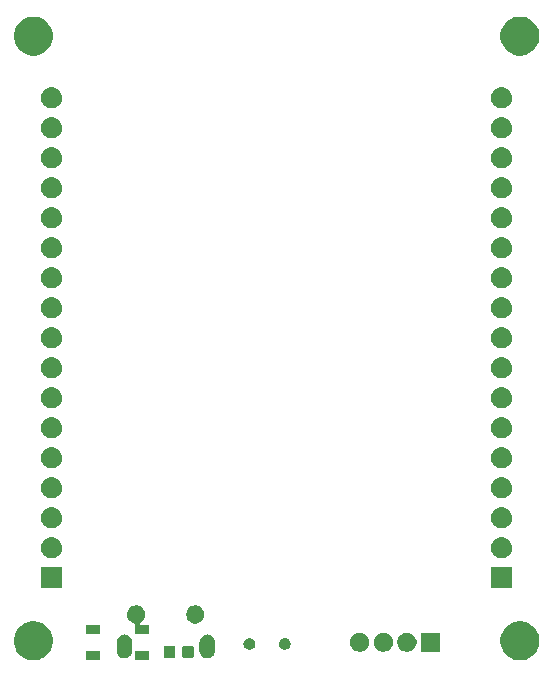
<source format=gbs>
G04 #@! TF.GenerationSoftware,KiCad,Pcbnew,5.0.2-bee76a0~70~ubuntu18.04.1*
G04 #@! TF.CreationDate,2019-03-18T22:27:49+09:00*
G04 #@! TF.ProjectId,LeonardoBB,4c656f6e-6172-4646-9f42-422e6b696361,rev?*
G04 #@! TF.SameCoordinates,Original*
G04 #@! TF.FileFunction,Soldermask,Bot*
G04 #@! TF.FilePolarity,Negative*
%FSLAX46Y46*%
G04 Gerber Fmt 4.6, Leading zero omitted, Abs format (unit mm)*
G04 Created by KiCad (PCBNEW 5.0.2-bee76a0~70~ubuntu18.04.1) date 2019年03月18日 22時27分49秒*
%MOMM*%
%LPD*%
G01*
G04 APERTURE LIST*
%ADD10C,0.100000*%
G04 APERTURE END LIST*
D10*
G36*
X164975256Y-122991298D02*
X165081579Y-123012447D01*
X165278359Y-123093956D01*
X165356498Y-123126322D01*
X165382042Y-123136903D01*
X165553982Y-123251790D01*
X165652454Y-123317587D01*
X165882413Y-123547546D01*
X165882415Y-123547549D01*
X166063097Y-123817958D01*
X166183297Y-124108145D01*
X166187553Y-124118422D01*
X166251000Y-124437389D01*
X166251000Y-124762611D01*
X166223006Y-124903344D01*
X166187553Y-125081579D01*
X166063097Y-125382042D01*
X166021382Y-125444472D01*
X165882413Y-125652454D01*
X165652454Y-125882413D01*
X165652451Y-125882415D01*
X165382042Y-126063097D01*
X165382041Y-126063098D01*
X165382040Y-126063098D01*
X165345580Y-126078200D01*
X165081579Y-126187553D01*
X164975256Y-126208702D01*
X164762611Y-126251000D01*
X164437389Y-126251000D01*
X164224744Y-126208702D01*
X164118421Y-126187553D01*
X163854420Y-126078200D01*
X163817960Y-126063098D01*
X163817959Y-126063098D01*
X163817958Y-126063097D01*
X163547549Y-125882415D01*
X163547546Y-125882413D01*
X163317587Y-125652454D01*
X163178618Y-125444472D01*
X163136903Y-125382042D01*
X163012447Y-125081579D01*
X162976994Y-124903344D01*
X162949000Y-124762611D01*
X162949000Y-124437389D01*
X163012447Y-124118422D01*
X163016704Y-124108145D01*
X163136903Y-123817958D01*
X163317585Y-123547549D01*
X163317587Y-123547546D01*
X163547546Y-123317587D01*
X163646018Y-123251790D01*
X163817958Y-123136903D01*
X163843503Y-123126322D01*
X163921641Y-123093956D01*
X164118421Y-123012447D01*
X164224744Y-122991298D01*
X164437389Y-122949000D01*
X164762611Y-122949000D01*
X164975256Y-122991298D01*
X164975256Y-122991298D01*
G37*
G36*
X123775256Y-122991298D02*
X123881579Y-123012447D01*
X124078359Y-123093956D01*
X124156498Y-123126322D01*
X124182042Y-123136903D01*
X124353982Y-123251790D01*
X124452454Y-123317587D01*
X124682413Y-123547546D01*
X124682415Y-123547549D01*
X124863097Y-123817958D01*
X124983297Y-124108145D01*
X124987553Y-124118422D01*
X125051000Y-124437389D01*
X125051000Y-124762611D01*
X125023006Y-124903344D01*
X124987553Y-125081579D01*
X124863097Y-125382042D01*
X124821382Y-125444472D01*
X124682413Y-125652454D01*
X124452454Y-125882413D01*
X124452451Y-125882415D01*
X124182042Y-126063097D01*
X124182041Y-126063098D01*
X124182040Y-126063098D01*
X124145580Y-126078200D01*
X123881579Y-126187553D01*
X123775256Y-126208702D01*
X123562611Y-126251000D01*
X123237389Y-126251000D01*
X123024744Y-126208702D01*
X122918421Y-126187553D01*
X122654420Y-126078200D01*
X122617960Y-126063098D01*
X122617959Y-126063098D01*
X122617958Y-126063097D01*
X122347549Y-125882415D01*
X122347546Y-125882413D01*
X122117587Y-125652454D01*
X121978618Y-125444472D01*
X121936903Y-125382042D01*
X121812447Y-125081579D01*
X121776994Y-124903344D01*
X121749000Y-124762611D01*
X121749000Y-124437389D01*
X121812447Y-124118422D01*
X121816704Y-124108145D01*
X121936903Y-123817958D01*
X122117585Y-123547549D01*
X122117587Y-123547546D01*
X122347546Y-123317587D01*
X122446018Y-123251790D01*
X122617958Y-123136903D01*
X122643503Y-123126322D01*
X122721641Y-123093956D01*
X122918421Y-123012447D01*
X123024744Y-122991298D01*
X123237389Y-122949000D01*
X123562611Y-122949000D01*
X123775256Y-122991298D01*
X123775256Y-122991298D01*
G37*
G36*
X133199200Y-126190400D02*
X132047200Y-126190400D01*
X132047200Y-125438400D01*
X133199200Y-125438400D01*
X133199200Y-126190400D01*
X133199200Y-126190400D01*
G37*
G36*
X129049200Y-126190400D02*
X127897200Y-126190400D01*
X127897200Y-125438400D01*
X129049200Y-125438400D01*
X129049200Y-126190400D01*
X129049200Y-126190400D01*
G37*
G36*
X136841791Y-125030285D02*
X136875769Y-125040593D01*
X136907087Y-125057333D01*
X136934539Y-125079861D01*
X136957067Y-125107313D01*
X136973807Y-125138631D01*
X136984115Y-125172609D01*
X136988200Y-125214090D01*
X136988200Y-125890310D01*
X136984115Y-125931791D01*
X136973807Y-125965769D01*
X136957067Y-125997087D01*
X136934539Y-126024539D01*
X136907087Y-126047067D01*
X136875769Y-126063807D01*
X136841791Y-126074115D01*
X136800310Y-126078200D01*
X136199090Y-126078200D01*
X136157609Y-126074115D01*
X136123631Y-126063807D01*
X136092313Y-126047067D01*
X136064861Y-126024539D01*
X136042333Y-125997087D01*
X136025593Y-125965769D01*
X136015285Y-125931791D01*
X136011200Y-125890310D01*
X136011200Y-125214090D01*
X136015285Y-125172609D01*
X136025593Y-125138631D01*
X136042333Y-125107313D01*
X136064861Y-125079861D01*
X136092313Y-125057333D01*
X136123631Y-125040593D01*
X136157609Y-125030285D01*
X136199090Y-125026200D01*
X136800310Y-125026200D01*
X136841791Y-125030285D01*
X136841791Y-125030285D01*
G37*
G36*
X135266791Y-125030285D02*
X135300769Y-125040593D01*
X135332087Y-125057333D01*
X135359539Y-125079861D01*
X135382067Y-125107313D01*
X135398807Y-125138631D01*
X135409115Y-125172609D01*
X135413200Y-125214090D01*
X135413200Y-125890310D01*
X135409115Y-125931791D01*
X135398807Y-125965769D01*
X135382067Y-125997087D01*
X135359539Y-126024539D01*
X135332087Y-126047067D01*
X135300769Y-126063807D01*
X135266791Y-126074115D01*
X135225310Y-126078200D01*
X134624090Y-126078200D01*
X134582609Y-126074115D01*
X134548631Y-126063807D01*
X134517313Y-126047067D01*
X134489861Y-126024539D01*
X134467333Y-125997087D01*
X134450593Y-125965769D01*
X134440285Y-125931791D01*
X134436200Y-125890310D01*
X134436200Y-125214090D01*
X134440285Y-125172609D01*
X134450593Y-125138631D01*
X134467333Y-125107313D01*
X134489861Y-125079861D01*
X134517313Y-125057333D01*
X134548631Y-125040593D01*
X134582609Y-125030285D01*
X134624090Y-125026200D01*
X135225310Y-125026200D01*
X135266791Y-125030285D01*
X135266791Y-125030285D01*
G37*
G36*
X138247617Y-124070920D02*
X138329426Y-124095737D01*
X138370332Y-124108145D01*
X138430782Y-124140457D01*
X138483425Y-124168595D01*
X138582553Y-124249947D01*
X138663905Y-124349074D01*
X138663906Y-124349076D01*
X138724355Y-124462167D01*
X138724356Y-124462170D01*
X138761580Y-124584882D01*
X138771000Y-124680527D01*
X138771000Y-125444473D01*
X138761580Y-125540118D01*
X138736763Y-125621927D01*
X138724355Y-125662833D01*
X138670819Y-125762991D01*
X138663905Y-125775926D01*
X138582553Y-125875053D01*
X138483426Y-125956405D01*
X138483424Y-125956406D01*
X138370333Y-126016855D01*
X138329427Y-126029263D01*
X138247618Y-126054080D01*
X138120000Y-126066649D01*
X137992383Y-126054080D01*
X137910574Y-126029263D01*
X137869668Y-126016855D01*
X137756577Y-125956406D01*
X137756575Y-125956405D01*
X137657448Y-125875053D01*
X137576096Y-125775926D01*
X137515645Y-125662832D01*
X137478420Y-125540118D01*
X137469000Y-125444473D01*
X137469000Y-124680528D01*
X137478420Y-124584883D01*
X137511189Y-124476857D01*
X137515645Y-124462168D01*
X137573997Y-124353000D01*
X137576095Y-124349075D01*
X137657447Y-124249947D01*
X137756574Y-124168595D01*
X137769509Y-124161681D01*
X137869667Y-124108145D01*
X137910573Y-124095737D01*
X137992382Y-124070920D01*
X138120000Y-124058351D01*
X138247617Y-124070920D01*
X138247617Y-124070920D01*
G37*
G36*
X131247618Y-124070920D02*
X131329427Y-124095737D01*
X131370333Y-124108145D01*
X131470491Y-124161681D01*
X131483426Y-124168595D01*
X131582553Y-124249947D01*
X131663905Y-124349074D01*
X131663906Y-124349076D01*
X131724355Y-124462167D01*
X131724356Y-124462170D01*
X131761580Y-124584882D01*
X131771000Y-124680527D01*
X131771000Y-125444473D01*
X131761580Y-125540118D01*
X131736763Y-125621927D01*
X131724355Y-125662833D01*
X131670819Y-125762991D01*
X131663905Y-125775926D01*
X131582553Y-125875053D01*
X131582551Y-125875055D01*
X131518743Y-125927420D01*
X131483425Y-125956405D01*
X131465906Y-125965769D01*
X131370332Y-126016855D01*
X131329426Y-126029263D01*
X131247617Y-126054080D01*
X131120000Y-126066649D01*
X130992382Y-126054080D01*
X130910573Y-126029263D01*
X130869667Y-126016855D01*
X130756576Y-125956406D01*
X130756574Y-125956405D01*
X130657447Y-125875053D01*
X130576095Y-125775925D01*
X130515646Y-125662833D01*
X130515645Y-125662832D01*
X130478421Y-125540119D01*
X130478420Y-125540117D01*
X130469000Y-125444472D01*
X130469000Y-124680527D01*
X130478420Y-124584882D01*
X130515645Y-124462168D01*
X130576096Y-124349074D01*
X130657448Y-124249947D01*
X130756575Y-124168595D01*
X130769510Y-124161681D01*
X130869668Y-124108145D01*
X130910574Y-124095737D01*
X130992383Y-124070920D01*
X131120000Y-124058351D01*
X131247618Y-124070920D01*
X131247618Y-124070920D01*
G37*
G36*
X157848000Y-125527000D02*
X156222000Y-125527000D01*
X156222000Y-123901000D01*
X157848000Y-123901000D01*
X157848000Y-125527000D01*
X157848000Y-125527000D01*
G37*
G36*
X155272142Y-123932242D02*
X155420102Y-123993530D01*
X155487130Y-124038317D01*
X155535925Y-124070920D01*
X155553258Y-124082502D01*
X155666498Y-124195742D01*
X155755470Y-124328898D01*
X155816758Y-124476858D01*
X155848000Y-124633925D01*
X155848000Y-124794075D01*
X155816758Y-124951142D01*
X155755470Y-125099102D01*
X155710683Y-125166130D01*
X155666499Y-125232257D01*
X155553257Y-125345499D01*
X155498569Y-125382040D01*
X155420102Y-125434470D01*
X155420101Y-125434471D01*
X155420100Y-125434471D01*
X155395953Y-125444473D01*
X155272142Y-125495758D01*
X155115075Y-125527000D01*
X154954925Y-125527000D01*
X154797858Y-125495758D01*
X154674047Y-125444473D01*
X154649900Y-125434471D01*
X154649899Y-125434471D01*
X154649898Y-125434470D01*
X154571431Y-125382040D01*
X154516743Y-125345499D01*
X154403501Y-125232257D01*
X154359317Y-125166130D01*
X154314530Y-125099102D01*
X154253242Y-124951142D01*
X154222000Y-124794075D01*
X154222000Y-124633925D01*
X154253242Y-124476858D01*
X154314530Y-124328898D01*
X154403502Y-124195742D01*
X154516742Y-124082502D01*
X154534076Y-124070920D01*
X154582870Y-124038317D01*
X154649898Y-123993530D01*
X154797858Y-123932242D01*
X154954925Y-123901000D01*
X155115075Y-123901000D01*
X155272142Y-123932242D01*
X155272142Y-123932242D01*
G37*
G36*
X153272142Y-123932242D02*
X153420102Y-123993530D01*
X153487130Y-124038317D01*
X153535925Y-124070920D01*
X153553258Y-124082502D01*
X153666498Y-124195742D01*
X153755470Y-124328898D01*
X153816758Y-124476858D01*
X153848000Y-124633925D01*
X153848000Y-124794075D01*
X153816758Y-124951142D01*
X153755470Y-125099102D01*
X153710683Y-125166130D01*
X153666499Y-125232257D01*
X153553257Y-125345499D01*
X153498569Y-125382040D01*
X153420102Y-125434470D01*
X153420101Y-125434471D01*
X153420100Y-125434471D01*
X153395953Y-125444473D01*
X153272142Y-125495758D01*
X153115075Y-125527000D01*
X152954925Y-125527000D01*
X152797858Y-125495758D01*
X152674047Y-125444473D01*
X152649900Y-125434471D01*
X152649899Y-125434471D01*
X152649898Y-125434470D01*
X152571431Y-125382040D01*
X152516743Y-125345499D01*
X152403501Y-125232257D01*
X152359317Y-125166130D01*
X152314530Y-125099102D01*
X152253242Y-124951142D01*
X152222000Y-124794075D01*
X152222000Y-124633925D01*
X152253242Y-124476858D01*
X152314530Y-124328898D01*
X152403502Y-124195742D01*
X152516742Y-124082502D01*
X152534076Y-124070920D01*
X152582870Y-124038317D01*
X152649898Y-123993530D01*
X152797858Y-123932242D01*
X152954925Y-123901000D01*
X153115075Y-123901000D01*
X153272142Y-123932242D01*
X153272142Y-123932242D01*
G37*
G36*
X151272142Y-123932242D02*
X151420102Y-123993530D01*
X151487130Y-124038317D01*
X151535925Y-124070920D01*
X151553258Y-124082502D01*
X151666498Y-124195742D01*
X151755470Y-124328898D01*
X151816758Y-124476858D01*
X151848000Y-124633925D01*
X151848000Y-124794075D01*
X151816758Y-124951142D01*
X151755470Y-125099102D01*
X151710683Y-125166130D01*
X151666499Y-125232257D01*
X151553257Y-125345499D01*
X151498569Y-125382040D01*
X151420102Y-125434470D01*
X151420101Y-125434471D01*
X151420100Y-125434471D01*
X151395953Y-125444473D01*
X151272142Y-125495758D01*
X151115075Y-125527000D01*
X150954925Y-125527000D01*
X150797858Y-125495758D01*
X150674047Y-125444473D01*
X150649900Y-125434471D01*
X150649899Y-125434471D01*
X150649898Y-125434470D01*
X150571431Y-125382040D01*
X150516743Y-125345499D01*
X150403501Y-125232257D01*
X150359317Y-125166130D01*
X150314530Y-125099102D01*
X150253242Y-124951142D01*
X150222000Y-124794075D01*
X150222000Y-124633925D01*
X150253242Y-124476858D01*
X150314530Y-124328898D01*
X150403502Y-124195742D01*
X150516742Y-124082502D01*
X150534076Y-124070920D01*
X150582870Y-124038317D01*
X150649898Y-123993530D01*
X150797858Y-123932242D01*
X150954925Y-123901000D01*
X151115075Y-123901000D01*
X151272142Y-123932242D01*
X151272142Y-123932242D01*
G37*
G36*
X141838136Y-124372253D02*
X141929312Y-124410019D01*
X142011372Y-124464850D01*
X142081150Y-124534628D01*
X142135981Y-124616688D01*
X142173747Y-124707864D01*
X142193000Y-124804656D01*
X142193000Y-124903344D01*
X142173747Y-125000136D01*
X142135981Y-125091312D01*
X142081150Y-125173372D01*
X142011372Y-125243150D01*
X141929312Y-125297981D01*
X141838136Y-125335747D01*
X141741344Y-125355000D01*
X141642656Y-125355000D01*
X141545864Y-125335747D01*
X141454688Y-125297981D01*
X141372628Y-125243150D01*
X141302850Y-125173372D01*
X141248019Y-125091312D01*
X141210253Y-125000136D01*
X141191000Y-124903344D01*
X141191000Y-124804656D01*
X141210253Y-124707864D01*
X141248019Y-124616688D01*
X141302850Y-124534628D01*
X141372628Y-124464850D01*
X141454688Y-124410019D01*
X141545864Y-124372253D01*
X141642656Y-124353000D01*
X141741344Y-124353000D01*
X141838136Y-124372253D01*
X141838136Y-124372253D01*
G37*
G36*
X144838136Y-124372253D02*
X144929312Y-124410019D01*
X145011372Y-124464850D01*
X145081150Y-124534628D01*
X145135981Y-124616688D01*
X145173747Y-124707864D01*
X145193000Y-124804656D01*
X145193000Y-124903344D01*
X145173747Y-125000136D01*
X145135981Y-125091312D01*
X145081150Y-125173372D01*
X145011372Y-125243150D01*
X144929312Y-125297981D01*
X144838136Y-125335747D01*
X144741344Y-125355000D01*
X144642656Y-125355000D01*
X144545864Y-125335747D01*
X144454688Y-125297981D01*
X144372628Y-125243150D01*
X144302850Y-125173372D01*
X144248019Y-125091312D01*
X144210253Y-125000136D01*
X144191000Y-124903344D01*
X144191000Y-124804656D01*
X144210253Y-124707864D01*
X144248019Y-124616688D01*
X144302850Y-124534628D01*
X144372628Y-124464850D01*
X144454688Y-124410019D01*
X144545864Y-124372253D01*
X144642656Y-124353000D01*
X144741344Y-124353000D01*
X144838136Y-124372253D01*
X144838136Y-124372253D01*
G37*
G36*
X132346349Y-121616320D02*
X132346352Y-121616321D01*
X132346351Y-121616321D01*
X132487574Y-121674817D01*
X132487575Y-121674818D01*
X132614674Y-121759743D01*
X132722757Y-121867826D01*
X132722759Y-121867829D01*
X132807683Y-121994926D01*
X132852927Y-122104157D01*
X132866180Y-122136151D01*
X132896000Y-122286069D01*
X132896000Y-122438931D01*
X132866180Y-122588849D01*
X132866179Y-122588851D01*
X132807683Y-122730074D01*
X132807682Y-122730075D01*
X132722757Y-122857174D01*
X132614674Y-122965257D01*
X132614671Y-122965259D01*
X132487574Y-123050183D01*
X132487572Y-123050184D01*
X132482645Y-123053476D01*
X132471436Y-123059468D01*
X132452494Y-123075013D01*
X132436949Y-123093956D01*
X132425398Y-123115567D01*
X132418285Y-123139016D01*
X132415884Y-123163403D01*
X132418286Y-123187789D01*
X132425400Y-123211238D01*
X132436952Y-123232848D01*
X132452497Y-123251790D01*
X132471440Y-123267335D01*
X132493051Y-123278886D01*
X132516500Y-123285999D01*
X132540884Y-123288400D01*
X133199200Y-123288400D01*
X133199200Y-124040400D01*
X132047200Y-124040400D01*
X132047200Y-123241807D01*
X132044798Y-123217421D01*
X132037685Y-123193972D01*
X132026134Y-123172361D01*
X132010588Y-123153419D01*
X131991646Y-123137873D01*
X131970035Y-123126322D01*
X131946585Y-123119209D01*
X131893652Y-123108681D01*
X131812371Y-123075013D01*
X131752426Y-123050183D01*
X131625329Y-122965259D01*
X131625326Y-122965257D01*
X131517243Y-122857174D01*
X131432318Y-122730075D01*
X131432317Y-122730074D01*
X131373821Y-122588851D01*
X131373820Y-122588849D01*
X131344000Y-122438931D01*
X131344000Y-122286069D01*
X131373820Y-122136151D01*
X131387073Y-122104157D01*
X131432317Y-121994926D01*
X131517241Y-121867829D01*
X131517243Y-121867826D01*
X131625326Y-121759743D01*
X131752425Y-121674818D01*
X131752426Y-121674817D01*
X131893649Y-121616321D01*
X131893648Y-121616321D01*
X131893651Y-121616320D01*
X132043569Y-121586500D01*
X132196431Y-121586500D01*
X132346349Y-121616320D01*
X132346349Y-121616320D01*
G37*
G36*
X129049200Y-124040400D02*
X127897200Y-124040400D01*
X127897200Y-123288400D01*
X129049200Y-123288400D01*
X129049200Y-124040400D01*
X129049200Y-124040400D01*
G37*
G36*
X137346349Y-121616320D02*
X137346352Y-121616321D01*
X137346351Y-121616321D01*
X137487574Y-121674817D01*
X137487575Y-121674818D01*
X137614674Y-121759743D01*
X137722757Y-121867826D01*
X137722759Y-121867829D01*
X137807683Y-121994926D01*
X137852927Y-122104157D01*
X137866180Y-122136151D01*
X137896000Y-122286069D01*
X137896000Y-122438931D01*
X137866180Y-122588849D01*
X137866179Y-122588851D01*
X137807683Y-122730074D01*
X137807682Y-122730075D01*
X137722757Y-122857174D01*
X137614674Y-122965257D01*
X137614671Y-122965259D01*
X137487574Y-123050183D01*
X137381896Y-123093956D01*
X137346349Y-123108680D01*
X137196431Y-123138500D01*
X137043569Y-123138500D01*
X136893651Y-123108680D01*
X136858104Y-123093956D01*
X136752426Y-123050183D01*
X136625329Y-122965259D01*
X136625326Y-122965257D01*
X136517243Y-122857174D01*
X136432318Y-122730075D01*
X136432317Y-122730074D01*
X136373821Y-122588851D01*
X136373820Y-122588849D01*
X136344000Y-122438931D01*
X136344000Y-122286069D01*
X136373820Y-122136151D01*
X136387073Y-122104157D01*
X136432317Y-121994926D01*
X136517241Y-121867829D01*
X136517243Y-121867826D01*
X136625326Y-121759743D01*
X136752425Y-121674818D01*
X136752426Y-121674817D01*
X136893649Y-121616321D01*
X136893648Y-121616321D01*
X136893651Y-121616320D01*
X137043569Y-121586500D01*
X137196431Y-121586500D01*
X137346349Y-121616320D01*
X137346349Y-121616320D01*
G37*
G36*
X163951000Y-120151000D02*
X162149000Y-120151000D01*
X162149000Y-118349000D01*
X163951000Y-118349000D01*
X163951000Y-120151000D01*
X163951000Y-120151000D01*
G37*
G36*
X125851000Y-120151000D02*
X124049000Y-120151000D01*
X124049000Y-118349000D01*
X125851000Y-118349000D01*
X125851000Y-120151000D01*
X125851000Y-120151000D01*
G37*
G36*
X163160442Y-115815518D02*
X163226627Y-115822037D01*
X163339853Y-115856384D01*
X163396467Y-115873557D01*
X163535087Y-115947652D01*
X163552991Y-115957222D01*
X163588729Y-115986552D01*
X163690186Y-116069814D01*
X163773448Y-116171271D01*
X163802778Y-116207009D01*
X163802779Y-116207011D01*
X163886443Y-116363533D01*
X163886443Y-116363534D01*
X163937963Y-116533373D01*
X163955359Y-116710000D01*
X163937963Y-116886627D01*
X163903616Y-116999853D01*
X163886443Y-117056467D01*
X163812348Y-117195087D01*
X163802778Y-117212991D01*
X163773448Y-117248729D01*
X163690186Y-117350186D01*
X163588729Y-117433448D01*
X163552991Y-117462778D01*
X163552989Y-117462779D01*
X163396467Y-117546443D01*
X163339853Y-117563616D01*
X163226627Y-117597963D01*
X163160442Y-117604482D01*
X163094260Y-117611000D01*
X163005740Y-117611000D01*
X162939558Y-117604482D01*
X162873373Y-117597963D01*
X162760147Y-117563616D01*
X162703533Y-117546443D01*
X162547011Y-117462779D01*
X162547009Y-117462778D01*
X162511271Y-117433448D01*
X162409814Y-117350186D01*
X162326552Y-117248729D01*
X162297222Y-117212991D01*
X162287652Y-117195087D01*
X162213557Y-117056467D01*
X162196384Y-116999853D01*
X162162037Y-116886627D01*
X162144641Y-116710000D01*
X162162037Y-116533373D01*
X162213557Y-116363534D01*
X162213557Y-116363533D01*
X162297221Y-116207011D01*
X162297222Y-116207009D01*
X162326552Y-116171271D01*
X162409814Y-116069814D01*
X162511271Y-115986552D01*
X162547009Y-115957222D01*
X162564913Y-115947652D01*
X162703533Y-115873557D01*
X162760147Y-115856384D01*
X162873373Y-115822037D01*
X162939558Y-115815518D01*
X163005740Y-115809000D01*
X163094260Y-115809000D01*
X163160442Y-115815518D01*
X163160442Y-115815518D01*
G37*
G36*
X125060442Y-115815518D02*
X125126627Y-115822037D01*
X125239853Y-115856384D01*
X125296467Y-115873557D01*
X125435087Y-115947652D01*
X125452991Y-115957222D01*
X125488729Y-115986552D01*
X125590186Y-116069814D01*
X125673448Y-116171271D01*
X125702778Y-116207009D01*
X125702779Y-116207011D01*
X125786443Y-116363533D01*
X125786443Y-116363534D01*
X125837963Y-116533373D01*
X125855359Y-116710000D01*
X125837963Y-116886627D01*
X125803616Y-116999853D01*
X125786443Y-117056467D01*
X125712348Y-117195087D01*
X125702778Y-117212991D01*
X125673448Y-117248729D01*
X125590186Y-117350186D01*
X125488729Y-117433448D01*
X125452991Y-117462778D01*
X125452989Y-117462779D01*
X125296467Y-117546443D01*
X125239853Y-117563616D01*
X125126627Y-117597963D01*
X125060442Y-117604482D01*
X124994260Y-117611000D01*
X124905740Y-117611000D01*
X124839558Y-117604482D01*
X124773373Y-117597963D01*
X124660147Y-117563616D01*
X124603533Y-117546443D01*
X124447011Y-117462779D01*
X124447009Y-117462778D01*
X124411271Y-117433448D01*
X124309814Y-117350186D01*
X124226552Y-117248729D01*
X124197222Y-117212991D01*
X124187652Y-117195087D01*
X124113557Y-117056467D01*
X124096384Y-116999853D01*
X124062037Y-116886627D01*
X124044641Y-116710000D01*
X124062037Y-116533373D01*
X124113557Y-116363534D01*
X124113557Y-116363533D01*
X124197221Y-116207011D01*
X124197222Y-116207009D01*
X124226552Y-116171271D01*
X124309814Y-116069814D01*
X124411271Y-115986552D01*
X124447009Y-115957222D01*
X124464913Y-115947652D01*
X124603533Y-115873557D01*
X124660147Y-115856384D01*
X124773373Y-115822037D01*
X124839558Y-115815518D01*
X124905740Y-115809000D01*
X124994260Y-115809000D01*
X125060442Y-115815518D01*
X125060442Y-115815518D01*
G37*
G36*
X125060443Y-113275519D02*
X125126627Y-113282037D01*
X125239853Y-113316384D01*
X125296467Y-113333557D01*
X125435087Y-113407652D01*
X125452991Y-113417222D01*
X125488729Y-113446552D01*
X125590186Y-113529814D01*
X125673448Y-113631271D01*
X125702778Y-113667009D01*
X125702779Y-113667011D01*
X125786443Y-113823533D01*
X125786443Y-113823534D01*
X125837963Y-113993373D01*
X125855359Y-114170000D01*
X125837963Y-114346627D01*
X125803616Y-114459853D01*
X125786443Y-114516467D01*
X125712348Y-114655087D01*
X125702778Y-114672991D01*
X125673448Y-114708729D01*
X125590186Y-114810186D01*
X125488729Y-114893448D01*
X125452991Y-114922778D01*
X125452989Y-114922779D01*
X125296467Y-115006443D01*
X125239853Y-115023616D01*
X125126627Y-115057963D01*
X125060443Y-115064481D01*
X124994260Y-115071000D01*
X124905740Y-115071000D01*
X124839557Y-115064481D01*
X124773373Y-115057963D01*
X124660147Y-115023616D01*
X124603533Y-115006443D01*
X124447011Y-114922779D01*
X124447009Y-114922778D01*
X124411271Y-114893448D01*
X124309814Y-114810186D01*
X124226552Y-114708729D01*
X124197222Y-114672991D01*
X124187652Y-114655087D01*
X124113557Y-114516467D01*
X124096384Y-114459853D01*
X124062037Y-114346627D01*
X124044641Y-114170000D01*
X124062037Y-113993373D01*
X124113557Y-113823534D01*
X124113557Y-113823533D01*
X124197221Y-113667011D01*
X124197222Y-113667009D01*
X124226552Y-113631271D01*
X124309814Y-113529814D01*
X124411271Y-113446552D01*
X124447009Y-113417222D01*
X124464913Y-113407652D01*
X124603533Y-113333557D01*
X124660147Y-113316384D01*
X124773373Y-113282037D01*
X124839557Y-113275519D01*
X124905740Y-113269000D01*
X124994260Y-113269000D01*
X125060443Y-113275519D01*
X125060443Y-113275519D01*
G37*
G36*
X163160443Y-113275519D02*
X163226627Y-113282037D01*
X163339853Y-113316384D01*
X163396467Y-113333557D01*
X163535087Y-113407652D01*
X163552991Y-113417222D01*
X163588729Y-113446552D01*
X163690186Y-113529814D01*
X163773448Y-113631271D01*
X163802778Y-113667009D01*
X163802779Y-113667011D01*
X163886443Y-113823533D01*
X163886443Y-113823534D01*
X163937963Y-113993373D01*
X163955359Y-114170000D01*
X163937963Y-114346627D01*
X163903616Y-114459853D01*
X163886443Y-114516467D01*
X163812348Y-114655087D01*
X163802778Y-114672991D01*
X163773448Y-114708729D01*
X163690186Y-114810186D01*
X163588729Y-114893448D01*
X163552991Y-114922778D01*
X163552989Y-114922779D01*
X163396467Y-115006443D01*
X163339853Y-115023616D01*
X163226627Y-115057963D01*
X163160443Y-115064481D01*
X163094260Y-115071000D01*
X163005740Y-115071000D01*
X162939557Y-115064481D01*
X162873373Y-115057963D01*
X162760147Y-115023616D01*
X162703533Y-115006443D01*
X162547011Y-114922779D01*
X162547009Y-114922778D01*
X162511271Y-114893448D01*
X162409814Y-114810186D01*
X162326552Y-114708729D01*
X162297222Y-114672991D01*
X162287652Y-114655087D01*
X162213557Y-114516467D01*
X162196384Y-114459853D01*
X162162037Y-114346627D01*
X162144641Y-114170000D01*
X162162037Y-113993373D01*
X162213557Y-113823534D01*
X162213557Y-113823533D01*
X162297221Y-113667011D01*
X162297222Y-113667009D01*
X162326552Y-113631271D01*
X162409814Y-113529814D01*
X162511271Y-113446552D01*
X162547009Y-113417222D01*
X162564913Y-113407652D01*
X162703533Y-113333557D01*
X162760147Y-113316384D01*
X162873373Y-113282037D01*
X162939557Y-113275519D01*
X163005740Y-113269000D01*
X163094260Y-113269000D01*
X163160443Y-113275519D01*
X163160443Y-113275519D01*
G37*
G36*
X163160443Y-110735519D02*
X163226627Y-110742037D01*
X163339853Y-110776384D01*
X163396467Y-110793557D01*
X163535087Y-110867652D01*
X163552991Y-110877222D01*
X163588729Y-110906552D01*
X163690186Y-110989814D01*
X163773448Y-111091271D01*
X163802778Y-111127009D01*
X163802779Y-111127011D01*
X163886443Y-111283533D01*
X163886443Y-111283534D01*
X163937963Y-111453373D01*
X163955359Y-111630000D01*
X163937963Y-111806627D01*
X163903616Y-111919853D01*
X163886443Y-111976467D01*
X163812348Y-112115087D01*
X163802778Y-112132991D01*
X163773448Y-112168729D01*
X163690186Y-112270186D01*
X163588729Y-112353448D01*
X163552991Y-112382778D01*
X163552989Y-112382779D01*
X163396467Y-112466443D01*
X163339853Y-112483616D01*
X163226627Y-112517963D01*
X163160443Y-112524481D01*
X163094260Y-112531000D01*
X163005740Y-112531000D01*
X162939557Y-112524481D01*
X162873373Y-112517963D01*
X162760147Y-112483616D01*
X162703533Y-112466443D01*
X162547011Y-112382779D01*
X162547009Y-112382778D01*
X162511271Y-112353448D01*
X162409814Y-112270186D01*
X162326552Y-112168729D01*
X162297222Y-112132991D01*
X162287652Y-112115087D01*
X162213557Y-111976467D01*
X162196384Y-111919853D01*
X162162037Y-111806627D01*
X162144641Y-111630000D01*
X162162037Y-111453373D01*
X162213557Y-111283534D01*
X162213557Y-111283533D01*
X162297221Y-111127011D01*
X162297222Y-111127009D01*
X162326552Y-111091271D01*
X162409814Y-110989814D01*
X162511271Y-110906552D01*
X162547009Y-110877222D01*
X162564913Y-110867652D01*
X162703533Y-110793557D01*
X162760147Y-110776384D01*
X162873373Y-110742037D01*
X162939557Y-110735519D01*
X163005740Y-110729000D01*
X163094260Y-110729000D01*
X163160443Y-110735519D01*
X163160443Y-110735519D01*
G37*
G36*
X125060443Y-110735519D02*
X125126627Y-110742037D01*
X125239853Y-110776384D01*
X125296467Y-110793557D01*
X125435087Y-110867652D01*
X125452991Y-110877222D01*
X125488729Y-110906552D01*
X125590186Y-110989814D01*
X125673448Y-111091271D01*
X125702778Y-111127009D01*
X125702779Y-111127011D01*
X125786443Y-111283533D01*
X125786443Y-111283534D01*
X125837963Y-111453373D01*
X125855359Y-111630000D01*
X125837963Y-111806627D01*
X125803616Y-111919853D01*
X125786443Y-111976467D01*
X125712348Y-112115087D01*
X125702778Y-112132991D01*
X125673448Y-112168729D01*
X125590186Y-112270186D01*
X125488729Y-112353448D01*
X125452991Y-112382778D01*
X125452989Y-112382779D01*
X125296467Y-112466443D01*
X125239853Y-112483616D01*
X125126627Y-112517963D01*
X125060443Y-112524481D01*
X124994260Y-112531000D01*
X124905740Y-112531000D01*
X124839557Y-112524481D01*
X124773373Y-112517963D01*
X124660147Y-112483616D01*
X124603533Y-112466443D01*
X124447011Y-112382779D01*
X124447009Y-112382778D01*
X124411271Y-112353448D01*
X124309814Y-112270186D01*
X124226552Y-112168729D01*
X124197222Y-112132991D01*
X124187652Y-112115087D01*
X124113557Y-111976467D01*
X124096384Y-111919853D01*
X124062037Y-111806627D01*
X124044641Y-111630000D01*
X124062037Y-111453373D01*
X124113557Y-111283534D01*
X124113557Y-111283533D01*
X124197221Y-111127011D01*
X124197222Y-111127009D01*
X124226552Y-111091271D01*
X124309814Y-110989814D01*
X124411271Y-110906552D01*
X124447009Y-110877222D01*
X124464913Y-110867652D01*
X124603533Y-110793557D01*
X124660147Y-110776384D01*
X124773373Y-110742037D01*
X124839557Y-110735519D01*
X124905740Y-110729000D01*
X124994260Y-110729000D01*
X125060443Y-110735519D01*
X125060443Y-110735519D01*
G37*
G36*
X163160443Y-108195519D02*
X163226627Y-108202037D01*
X163339853Y-108236384D01*
X163396467Y-108253557D01*
X163535087Y-108327652D01*
X163552991Y-108337222D01*
X163588729Y-108366552D01*
X163690186Y-108449814D01*
X163773448Y-108551271D01*
X163802778Y-108587009D01*
X163802779Y-108587011D01*
X163886443Y-108743533D01*
X163886443Y-108743534D01*
X163937963Y-108913373D01*
X163955359Y-109090000D01*
X163937963Y-109266627D01*
X163903616Y-109379853D01*
X163886443Y-109436467D01*
X163812348Y-109575087D01*
X163802778Y-109592991D01*
X163773448Y-109628729D01*
X163690186Y-109730186D01*
X163588729Y-109813448D01*
X163552991Y-109842778D01*
X163552989Y-109842779D01*
X163396467Y-109926443D01*
X163339853Y-109943616D01*
X163226627Y-109977963D01*
X163160443Y-109984481D01*
X163094260Y-109991000D01*
X163005740Y-109991000D01*
X162939557Y-109984481D01*
X162873373Y-109977963D01*
X162760147Y-109943616D01*
X162703533Y-109926443D01*
X162547011Y-109842779D01*
X162547009Y-109842778D01*
X162511271Y-109813448D01*
X162409814Y-109730186D01*
X162326552Y-109628729D01*
X162297222Y-109592991D01*
X162287652Y-109575087D01*
X162213557Y-109436467D01*
X162196384Y-109379853D01*
X162162037Y-109266627D01*
X162144641Y-109090000D01*
X162162037Y-108913373D01*
X162213557Y-108743534D01*
X162213557Y-108743533D01*
X162297221Y-108587011D01*
X162297222Y-108587009D01*
X162326552Y-108551271D01*
X162409814Y-108449814D01*
X162511271Y-108366552D01*
X162547009Y-108337222D01*
X162564913Y-108327652D01*
X162703533Y-108253557D01*
X162760147Y-108236384D01*
X162873373Y-108202037D01*
X162939557Y-108195519D01*
X163005740Y-108189000D01*
X163094260Y-108189000D01*
X163160443Y-108195519D01*
X163160443Y-108195519D01*
G37*
G36*
X125060443Y-108195519D02*
X125126627Y-108202037D01*
X125239853Y-108236384D01*
X125296467Y-108253557D01*
X125435087Y-108327652D01*
X125452991Y-108337222D01*
X125488729Y-108366552D01*
X125590186Y-108449814D01*
X125673448Y-108551271D01*
X125702778Y-108587009D01*
X125702779Y-108587011D01*
X125786443Y-108743533D01*
X125786443Y-108743534D01*
X125837963Y-108913373D01*
X125855359Y-109090000D01*
X125837963Y-109266627D01*
X125803616Y-109379853D01*
X125786443Y-109436467D01*
X125712348Y-109575087D01*
X125702778Y-109592991D01*
X125673448Y-109628729D01*
X125590186Y-109730186D01*
X125488729Y-109813448D01*
X125452991Y-109842778D01*
X125452989Y-109842779D01*
X125296467Y-109926443D01*
X125239853Y-109943616D01*
X125126627Y-109977963D01*
X125060443Y-109984481D01*
X124994260Y-109991000D01*
X124905740Y-109991000D01*
X124839557Y-109984481D01*
X124773373Y-109977963D01*
X124660147Y-109943616D01*
X124603533Y-109926443D01*
X124447011Y-109842779D01*
X124447009Y-109842778D01*
X124411271Y-109813448D01*
X124309814Y-109730186D01*
X124226552Y-109628729D01*
X124197222Y-109592991D01*
X124187652Y-109575087D01*
X124113557Y-109436467D01*
X124096384Y-109379853D01*
X124062037Y-109266627D01*
X124044641Y-109090000D01*
X124062037Y-108913373D01*
X124113557Y-108743534D01*
X124113557Y-108743533D01*
X124197221Y-108587011D01*
X124197222Y-108587009D01*
X124226552Y-108551271D01*
X124309814Y-108449814D01*
X124411271Y-108366552D01*
X124447009Y-108337222D01*
X124464913Y-108327652D01*
X124603533Y-108253557D01*
X124660147Y-108236384D01*
X124773373Y-108202037D01*
X124839557Y-108195519D01*
X124905740Y-108189000D01*
X124994260Y-108189000D01*
X125060443Y-108195519D01*
X125060443Y-108195519D01*
G37*
G36*
X163160443Y-105655519D02*
X163226627Y-105662037D01*
X163339853Y-105696384D01*
X163396467Y-105713557D01*
X163535087Y-105787652D01*
X163552991Y-105797222D01*
X163588729Y-105826552D01*
X163690186Y-105909814D01*
X163773448Y-106011271D01*
X163802778Y-106047009D01*
X163802779Y-106047011D01*
X163886443Y-106203533D01*
X163886443Y-106203534D01*
X163937963Y-106373373D01*
X163955359Y-106550000D01*
X163937963Y-106726627D01*
X163903616Y-106839853D01*
X163886443Y-106896467D01*
X163812348Y-107035087D01*
X163802778Y-107052991D01*
X163773448Y-107088729D01*
X163690186Y-107190186D01*
X163588729Y-107273448D01*
X163552991Y-107302778D01*
X163552989Y-107302779D01*
X163396467Y-107386443D01*
X163339853Y-107403616D01*
X163226627Y-107437963D01*
X163160443Y-107444481D01*
X163094260Y-107451000D01*
X163005740Y-107451000D01*
X162939557Y-107444481D01*
X162873373Y-107437963D01*
X162760147Y-107403616D01*
X162703533Y-107386443D01*
X162547011Y-107302779D01*
X162547009Y-107302778D01*
X162511271Y-107273448D01*
X162409814Y-107190186D01*
X162326552Y-107088729D01*
X162297222Y-107052991D01*
X162287652Y-107035087D01*
X162213557Y-106896467D01*
X162196384Y-106839853D01*
X162162037Y-106726627D01*
X162144641Y-106550000D01*
X162162037Y-106373373D01*
X162213557Y-106203534D01*
X162213557Y-106203533D01*
X162297221Y-106047011D01*
X162297222Y-106047009D01*
X162326552Y-106011271D01*
X162409814Y-105909814D01*
X162511271Y-105826552D01*
X162547009Y-105797222D01*
X162564913Y-105787652D01*
X162703533Y-105713557D01*
X162760147Y-105696384D01*
X162873373Y-105662037D01*
X162939557Y-105655519D01*
X163005740Y-105649000D01*
X163094260Y-105649000D01*
X163160443Y-105655519D01*
X163160443Y-105655519D01*
G37*
G36*
X125060443Y-105655519D02*
X125126627Y-105662037D01*
X125239853Y-105696384D01*
X125296467Y-105713557D01*
X125435087Y-105787652D01*
X125452991Y-105797222D01*
X125488729Y-105826552D01*
X125590186Y-105909814D01*
X125673448Y-106011271D01*
X125702778Y-106047009D01*
X125702779Y-106047011D01*
X125786443Y-106203533D01*
X125786443Y-106203534D01*
X125837963Y-106373373D01*
X125855359Y-106550000D01*
X125837963Y-106726627D01*
X125803616Y-106839853D01*
X125786443Y-106896467D01*
X125712348Y-107035087D01*
X125702778Y-107052991D01*
X125673448Y-107088729D01*
X125590186Y-107190186D01*
X125488729Y-107273448D01*
X125452991Y-107302778D01*
X125452989Y-107302779D01*
X125296467Y-107386443D01*
X125239853Y-107403616D01*
X125126627Y-107437963D01*
X125060443Y-107444481D01*
X124994260Y-107451000D01*
X124905740Y-107451000D01*
X124839557Y-107444481D01*
X124773373Y-107437963D01*
X124660147Y-107403616D01*
X124603533Y-107386443D01*
X124447011Y-107302779D01*
X124447009Y-107302778D01*
X124411271Y-107273448D01*
X124309814Y-107190186D01*
X124226552Y-107088729D01*
X124197222Y-107052991D01*
X124187652Y-107035087D01*
X124113557Y-106896467D01*
X124096384Y-106839853D01*
X124062037Y-106726627D01*
X124044641Y-106550000D01*
X124062037Y-106373373D01*
X124113557Y-106203534D01*
X124113557Y-106203533D01*
X124197221Y-106047011D01*
X124197222Y-106047009D01*
X124226552Y-106011271D01*
X124309814Y-105909814D01*
X124411271Y-105826552D01*
X124447009Y-105797222D01*
X124464913Y-105787652D01*
X124603533Y-105713557D01*
X124660147Y-105696384D01*
X124773373Y-105662037D01*
X124839557Y-105655519D01*
X124905740Y-105649000D01*
X124994260Y-105649000D01*
X125060443Y-105655519D01*
X125060443Y-105655519D01*
G37*
G36*
X163160443Y-103115519D02*
X163226627Y-103122037D01*
X163339853Y-103156384D01*
X163396467Y-103173557D01*
X163535087Y-103247652D01*
X163552991Y-103257222D01*
X163588729Y-103286552D01*
X163690186Y-103369814D01*
X163773448Y-103471271D01*
X163802778Y-103507009D01*
X163802779Y-103507011D01*
X163886443Y-103663533D01*
X163886443Y-103663534D01*
X163937963Y-103833373D01*
X163955359Y-104010000D01*
X163937963Y-104186627D01*
X163903616Y-104299853D01*
X163886443Y-104356467D01*
X163812348Y-104495087D01*
X163802778Y-104512991D01*
X163773448Y-104548729D01*
X163690186Y-104650186D01*
X163588729Y-104733448D01*
X163552991Y-104762778D01*
X163552989Y-104762779D01*
X163396467Y-104846443D01*
X163339853Y-104863616D01*
X163226627Y-104897963D01*
X163160442Y-104904482D01*
X163094260Y-104911000D01*
X163005740Y-104911000D01*
X162939558Y-104904482D01*
X162873373Y-104897963D01*
X162760147Y-104863616D01*
X162703533Y-104846443D01*
X162547011Y-104762779D01*
X162547009Y-104762778D01*
X162511271Y-104733448D01*
X162409814Y-104650186D01*
X162326552Y-104548729D01*
X162297222Y-104512991D01*
X162287652Y-104495087D01*
X162213557Y-104356467D01*
X162196384Y-104299853D01*
X162162037Y-104186627D01*
X162144641Y-104010000D01*
X162162037Y-103833373D01*
X162213557Y-103663534D01*
X162213557Y-103663533D01*
X162297221Y-103507011D01*
X162297222Y-103507009D01*
X162326552Y-103471271D01*
X162409814Y-103369814D01*
X162511271Y-103286552D01*
X162547009Y-103257222D01*
X162564913Y-103247652D01*
X162703533Y-103173557D01*
X162760147Y-103156384D01*
X162873373Y-103122037D01*
X162939557Y-103115519D01*
X163005740Y-103109000D01*
X163094260Y-103109000D01*
X163160443Y-103115519D01*
X163160443Y-103115519D01*
G37*
G36*
X125060443Y-103115519D02*
X125126627Y-103122037D01*
X125239853Y-103156384D01*
X125296467Y-103173557D01*
X125435087Y-103247652D01*
X125452991Y-103257222D01*
X125488729Y-103286552D01*
X125590186Y-103369814D01*
X125673448Y-103471271D01*
X125702778Y-103507009D01*
X125702779Y-103507011D01*
X125786443Y-103663533D01*
X125786443Y-103663534D01*
X125837963Y-103833373D01*
X125855359Y-104010000D01*
X125837963Y-104186627D01*
X125803616Y-104299853D01*
X125786443Y-104356467D01*
X125712348Y-104495087D01*
X125702778Y-104512991D01*
X125673448Y-104548729D01*
X125590186Y-104650186D01*
X125488729Y-104733448D01*
X125452991Y-104762778D01*
X125452989Y-104762779D01*
X125296467Y-104846443D01*
X125239853Y-104863616D01*
X125126627Y-104897963D01*
X125060442Y-104904482D01*
X124994260Y-104911000D01*
X124905740Y-104911000D01*
X124839558Y-104904482D01*
X124773373Y-104897963D01*
X124660147Y-104863616D01*
X124603533Y-104846443D01*
X124447011Y-104762779D01*
X124447009Y-104762778D01*
X124411271Y-104733448D01*
X124309814Y-104650186D01*
X124226552Y-104548729D01*
X124197222Y-104512991D01*
X124187652Y-104495087D01*
X124113557Y-104356467D01*
X124096384Y-104299853D01*
X124062037Y-104186627D01*
X124044641Y-104010000D01*
X124062037Y-103833373D01*
X124113557Y-103663534D01*
X124113557Y-103663533D01*
X124197221Y-103507011D01*
X124197222Y-103507009D01*
X124226552Y-103471271D01*
X124309814Y-103369814D01*
X124411271Y-103286552D01*
X124447009Y-103257222D01*
X124464913Y-103247652D01*
X124603533Y-103173557D01*
X124660147Y-103156384D01*
X124773373Y-103122037D01*
X124839557Y-103115519D01*
X124905740Y-103109000D01*
X124994260Y-103109000D01*
X125060443Y-103115519D01*
X125060443Y-103115519D01*
G37*
G36*
X163160442Y-100575518D02*
X163226627Y-100582037D01*
X163339853Y-100616384D01*
X163396467Y-100633557D01*
X163535087Y-100707652D01*
X163552991Y-100717222D01*
X163588729Y-100746552D01*
X163690186Y-100829814D01*
X163773448Y-100931271D01*
X163802778Y-100967009D01*
X163802779Y-100967011D01*
X163886443Y-101123533D01*
X163886443Y-101123534D01*
X163937963Y-101293373D01*
X163955359Y-101470000D01*
X163937963Y-101646627D01*
X163903616Y-101759853D01*
X163886443Y-101816467D01*
X163812348Y-101955087D01*
X163802778Y-101972991D01*
X163773448Y-102008729D01*
X163690186Y-102110186D01*
X163588729Y-102193448D01*
X163552991Y-102222778D01*
X163552989Y-102222779D01*
X163396467Y-102306443D01*
X163339853Y-102323616D01*
X163226627Y-102357963D01*
X163160443Y-102364481D01*
X163094260Y-102371000D01*
X163005740Y-102371000D01*
X162939557Y-102364481D01*
X162873373Y-102357963D01*
X162760147Y-102323616D01*
X162703533Y-102306443D01*
X162547011Y-102222779D01*
X162547009Y-102222778D01*
X162511271Y-102193448D01*
X162409814Y-102110186D01*
X162326552Y-102008729D01*
X162297222Y-101972991D01*
X162287652Y-101955087D01*
X162213557Y-101816467D01*
X162196384Y-101759853D01*
X162162037Y-101646627D01*
X162144641Y-101470000D01*
X162162037Y-101293373D01*
X162213557Y-101123534D01*
X162213557Y-101123533D01*
X162297221Y-100967011D01*
X162297222Y-100967009D01*
X162326552Y-100931271D01*
X162409814Y-100829814D01*
X162511271Y-100746552D01*
X162547009Y-100717222D01*
X162564913Y-100707652D01*
X162703533Y-100633557D01*
X162760147Y-100616384D01*
X162873373Y-100582037D01*
X162939558Y-100575518D01*
X163005740Y-100569000D01*
X163094260Y-100569000D01*
X163160442Y-100575518D01*
X163160442Y-100575518D01*
G37*
G36*
X125060442Y-100575518D02*
X125126627Y-100582037D01*
X125239853Y-100616384D01*
X125296467Y-100633557D01*
X125435087Y-100707652D01*
X125452991Y-100717222D01*
X125488729Y-100746552D01*
X125590186Y-100829814D01*
X125673448Y-100931271D01*
X125702778Y-100967009D01*
X125702779Y-100967011D01*
X125786443Y-101123533D01*
X125786443Y-101123534D01*
X125837963Y-101293373D01*
X125855359Y-101470000D01*
X125837963Y-101646627D01*
X125803616Y-101759853D01*
X125786443Y-101816467D01*
X125712348Y-101955087D01*
X125702778Y-101972991D01*
X125673448Y-102008729D01*
X125590186Y-102110186D01*
X125488729Y-102193448D01*
X125452991Y-102222778D01*
X125452989Y-102222779D01*
X125296467Y-102306443D01*
X125239853Y-102323616D01*
X125126627Y-102357963D01*
X125060443Y-102364481D01*
X124994260Y-102371000D01*
X124905740Y-102371000D01*
X124839557Y-102364481D01*
X124773373Y-102357963D01*
X124660147Y-102323616D01*
X124603533Y-102306443D01*
X124447011Y-102222779D01*
X124447009Y-102222778D01*
X124411271Y-102193448D01*
X124309814Y-102110186D01*
X124226552Y-102008729D01*
X124197222Y-101972991D01*
X124187652Y-101955087D01*
X124113557Y-101816467D01*
X124096384Y-101759853D01*
X124062037Y-101646627D01*
X124044641Y-101470000D01*
X124062037Y-101293373D01*
X124113557Y-101123534D01*
X124113557Y-101123533D01*
X124197221Y-100967011D01*
X124197222Y-100967009D01*
X124226552Y-100931271D01*
X124309814Y-100829814D01*
X124411271Y-100746552D01*
X124447009Y-100717222D01*
X124464913Y-100707652D01*
X124603533Y-100633557D01*
X124660147Y-100616384D01*
X124773373Y-100582037D01*
X124839558Y-100575518D01*
X124905740Y-100569000D01*
X124994260Y-100569000D01*
X125060442Y-100575518D01*
X125060442Y-100575518D01*
G37*
G36*
X163160442Y-98035518D02*
X163226627Y-98042037D01*
X163339853Y-98076384D01*
X163396467Y-98093557D01*
X163535087Y-98167652D01*
X163552991Y-98177222D01*
X163588729Y-98206552D01*
X163690186Y-98289814D01*
X163773448Y-98391271D01*
X163802778Y-98427009D01*
X163802779Y-98427011D01*
X163886443Y-98583533D01*
X163886443Y-98583534D01*
X163937963Y-98753373D01*
X163955359Y-98930000D01*
X163937963Y-99106627D01*
X163903616Y-99219853D01*
X163886443Y-99276467D01*
X163812348Y-99415087D01*
X163802778Y-99432991D01*
X163773448Y-99468729D01*
X163690186Y-99570186D01*
X163588729Y-99653448D01*
X163552991Y-99682778D01*
X163552989Y-99682779D01*
X163396467Y-99766443D01*
X163339853Y-99783616D01*
X163226627Y-99817963D01*
X163160443Y-99824481D01*
X163094260Y-99831000D01*
X163005740Y-99831000D01*
X162939558Y-99824482D01*
X162873373Y-99817963D01*
X162760147Y-99783616D01*
X162703533Y-99766443D01*
X162547011Y-99682779D01*
X162547009Y-99682778D01*
X162511271Y-99653448D01*
X162409814Y-99570186D01*
X162326552Y-99468729D01*
X162297222Y-99432991D01*
X162287652Y-99415087D01*
X162213557Y-99276467D01*
X162196384Y-99219853D01*
X162162037Y-99106627D01*
X162144641Y-98930000D01*
X162162037Y-98753373D01*
X162213557Y-98583534D01*
X162213557Y-98583533D01*
X162297221Y-98427011D01*
X162297222Y-98427009D01*
X162326552Y-98391271D01*
X162409814Y-98289814D01*
X162511271Y-98206552D01*
X162547009Y-98177222D01*
X162564913Y-98167652D01*
X162703533Y-98093557D01*
X162760147Y-98076384D01*
X162873373Y-98042037D01*
X162939558Y-98035518D01*
X163005740Y-98029000D01*
X163094260Y-98029000D01*
X163160442Y-98035518D01*
X163160442Y-98035518D01*
G37*
G36*
X125060442Y-98035518D02*
X125126627Y-98042037D01*
X125239853Y-98076384D01*
X125296467Y-98093557D01*
X125435087Y-98167652D01*
X125452991Y-98177222D01*
X125488729Y-98206552D01*
X125590186Y-98289814D01*
X125673448Y-98391271D01*
X125702778Y-98427009D01*
X125702779Y-98427011D01*
X125786443Y-98583533D01*
X125786443Y-98583534D01*
X125837963Y-98753373D01*
X125855359Y-98930000D01*
X125837963Y-99106627D01*
X125803616Y-99219853D01*
X125786443Y-99276467D01*
X125712348Y-99415087D01*
X125702778Y-99432991D01*
X125673448Y-99468729D01*
X125590186Y-99570186D01*
X125488729Y-99653448D01*
X125452991Y-99682778D01*
X125452989Y-99682779D01*
X125296467Y-99766443D01*
X125239853Y-99783616D01*
X125126627Y-99817963D01*
X125060443Y-99824481D01*
X124994260Y-99831000D01*
X124905740Y-99831000D01*
X124839558Y-99824482D01*
X124773373Y-99817963D01*
X124660147Y-99783616D01*
X124603533Y-99766443D01*
X124447011Y-99682779D01*
X124447009Y-99682778D01*
X124411271Y-99653448D01*
X124309814Y-99570186D01*
X124226552Y-99468729D01*
X124197222Y-99432991D01*
X124187652Y-99415087D01*
X124113557Y-99276467D01*
X124096384Y-99219853D01*
X124062037Y-99106627D01*
X124044641Y-98930000D01*
X124062037Y-98753373D01*
X124113557Y-98583534D01*
X124113557Y-98583533D01*
X124197221Y-98427011D01*
X124197222Y-98427009D01*
X124226552Y-98391271D01*
X124309814Y-98289814D01*
X124411271Y-98206552D01*
X124447009Y-98177222D01*
X124464913Y-98167652D01*
X124603533Y-98093557D01*
X124660147Y-98076384D01*
X124773373Y-98042037D01*
X124839558Y-98035518D01*
X124905740Y-98029000D01*
X124994260Y-98029000D01*
X125060442Y-98035518D01*
X125060442Y-98035518D01*
G37*
G36*
X125060443Y-95495519D02*
X125126627Y-95502037D01*
X125239853Y-95536384D01*
X125296467Y-95553557D01*
X125435087Y-95627652D01*
X125452991Y-95637222D01*
X125488729Y-95666552D01*
X125590186Y-95749814D01*
X125673448Y-95851271D01*
X125702778Y-95887009D01*
X125702779Y-95887011D01*
X125786443Y-96043533D01*
X125786443Y-96043534D01*
X125837963Y-96213373D01*
X125855359Y-96390000D01*
X125837963Y-96566627D01*
X125803616Y-96679853D01*
X125786443Y-96736467D01*
X125712348Y-96875087D01*
X125702778Y-96892991D01*
X125673448Y-96928729D01*
X125590186Y-97030186D01*
X125488729Y-97113448D01*
X125452991Y-97142778D01*
X125452989Y-97142779D01*
X125296467Y-97226443D01*
X125239853Y-97243616D01*
X125126627Y-97277963D01*
X125060443Y-97284481D01*
X124994260Y-97291000D01*
X124905740Y-97291000D01*
X124839558Y-97284482D01*
X124773373Y-97277963D01*
X124660147Y-97243616D01*
X124603533Y-97226443D01*
X124447011Y-97142779D01*
X124447009Y-97142778D01*
X124411271Y-97113448D01*
X124309814Y-97030186D01*
X124226552Y-96928729D01*
X124197222Y-96892991D01*
X124187652Y-96875087D01*
X124113557Y-96736467D01*
X124096384Y-96679853D01*
X124062037Y-96566627D01*
X124044641Y-96390000D01*
X124062037Y-96213373D01*
X124113557Y-96043534D01*
X124113557Y-96043533D01*
X124197221Y-95887011D01*
X124197222Y-95887009D01*
X124226552Y-95851271D01*
X124309814Y-95749814D01*
X124411271Y-95666552D01*
X124447009Y-95637222D01*
X124464913Y-95627652D01*
X124603533Y-95553557D01*
X124660147Y-95536384D01*
X124773373Y-95502037D01*
X124839558Y-95495518D01*
X124905740Y-95489000D01*
X124994260Y-95489000D01*
X125060443Y-95495519D01*
X125060443Y-95495519D01*
G37*
G36*
X163160443Y-95495519D02*
X163226627Y-95502037D01*
X163339853Y-95536384D01*
X163396467Y-95553557D01*
X163535087Y-95627652D01*
X163552991Y-95637222D01*
X163588729Y-95666552D01*
X163690186Y-95749814D01*
X163773448Y-95851271D01*
X163802778Y-95887009D01*
X163802779Y-95887011D01*
X163886443Y-96043533D01*
X163886443Y-96043534D01*
X163937963Y-96213373D01*
X163955359Y-96390000D01*
X163937963Y-96566627D01*
X163903616Y-96679853D01*
X163886443Y-96736467D01*
X163812348Y-96875087D01*
X163802778Y-96892991D01*
X163773448Y-96928729D01*
X163690186Y-97030186D01*
X163588729Y-97113448D01*
X163552991Y-97142778D01*
X163552989Y-97142779D01*
X163396467Y-97226443D01*
X163339853Y-97243616D01*
X163226627Y-97277963D01*
X163160443Y-97284481D01*
X163094260Y-97291000D01*
X163005740Y-97291000D01*
X162939558Y-97284482D01*
X162873373Y-97277963D01*
X162760147Y-97243616D01*
X162703533Y-97226443D01*
X162547011Y-97142779D01*
X162547009Y-97142778D01*
X162511271Y-97113448D01*
X162409814Y-97030186D01*
X162326552Y-96928729D01*
X162297222Y-96892991D01*
X162287652Y-96875087D01*
X162213557Y-96736467D01*
X162196384Y-96679853D01*
X162162037Y-96566627D01*
X162144641Y-96390000D01*
X162162037Y-96213373D01*
X162213557Y-96043534D01*
X162213557Y-96043533D01*
X162297221Y-95887011D01*
X162297222Y-95887009D01*
X162326552Y-95851271D01*
X162409814Y-95749814D01*
X162511271Y-95666552D01*
X162547009Y-95637222D01*
X162564913Y-95627652D01*
X162703533Y-95553557D01*
X162760147Y-95536384D01*
X162873373Y-95502037D01*
X162939558Y-95495518D01*
X163005740Y-95489000D01*
X163094260Y-95489000D01*
X163160443Y-95495519D01*
X163160443Y-95495519D01*
G37*
G36*
X163160442Y-92955518D02*
X163226627Y-92962037D01*
X163339853Y-92996384D01*
X163396467Y-93013557D01*
X163535087Y-93087652D01*
X163552991Y-93097222D01*
X163588729Y-93126552D01*
X163690186Y-93209814D01*
X163773448Y-93311271D01*
X163802778Y-93347009D01*
X163802779Y-93347011D01*
X163886443Y-93503533D01*
X163886443Y-93503534D01*
X163937963Y-93673373D01*
X163955359Y-93850000D01*
X163937963Y-94026627D01*
X163903616Y-94139853D01*
X163886443Y-94196467D01*
X163812348Y-94335087D01*
X163802778Y-94352991D01*
X163773448Y-94388729D01*
X163690186Y-94490186D01*
X163588729Y-94573448D01*
X163552991Y-94602778D01*
X163552989Y-94602779D01*
X163396467Y-94686443D01*
X163339853Y-94703616D01*
X163226627Y-94737963D01*
X163160442Y-94744482D01*
X163094260Y-94751000D01*
X163005740Y-94751000D01*
X162939557Y-94744481D01*
X162873373Y-94737963D01*
X162760147Y-94703616D01*
X162703533Y-94686443D01*
X162547011Y-94602779D01*
X162547009Y-94602778D01*
X162511271Y-94573448D01*
X162409814Y-94490186D01*
X162326552Y-94388729D01*
X162297222Y-94352991D01*
X162287652Y-94335087D01*
X162213557Y-94196467D01*
X162196384Y-94139853D01*
X162162037Y-94026627D01*
X162144641Y-93850000D01*
X162162037Y-93673373D01*
X162213557Y-93503534D01*
X162213557Y-93503533D01*
X162297221Y-93347011D01*
X162297222Y-93347009D01*
X162326552Y-93311271D01*
X162409814Y-93209814D01*
X162511271Y-93126552D01*
X162547009Y-93097222D01*
X162564913Y-93087652D01*
X162703533Y-93013557D01*
X162760147Y-92996384D01*
X162873373Y-92962037D01*
X162939558Y-92955518D01*
X163005740Y-92949000D01*
X163094260Y-92949000D01*
X163160442Y-92955518D01*
X163160442Y-92955518D01*
G37*
G36*
X125060442Y-92955518D02*
X125126627Y-92962037D01*
X125239853Y-92996384D01*
X125296467Y-93013557D01*
X125435087Y-93087652D01*
X125452991Y-93097222D01*
X125488729Y-93126552D01*
X125590186Y-93209814D01*
X125673448Y-93311271D01*
X125702778Y-93347009D01*
X125702779Y-93347011D01*
X125786443Y-93503533D01*
X125786443Y-93503534D01*
X125837963Y-93673373D01*
X125855359Y-93850000D01*
X125837963Y-94026627D01*
X125803616Y-94139853D01*
X125786443Y-94196467D01*
X125712348Y-94335087D01*
X125702778Y-94352991D01*
X125673448Y-94388729D01*
X125590186Y-94490186D01*
X125488729Y-94573448D01*
X125452991Y-94602778D01*
X125452989Y-94602779D01*
X125296467Y-94686443D01*
X125239853Y-94703616D01*
X125126627Y-94737963D01*
X125060442Y-94744482D01*
X124994260Y-94751000D01*
X124905740Y-94751000D01*
X124839557Y-94744481D01*
X124773373Y-94737963D01*
X124660147Y-94703616D01*
X124603533Y-94686443D01*
X124447011Y-94602779D01*
X124447009Y-94602778D01*
X124411271Y-94573448D01*
X124309814Y-94490186D01*
X124226552Y-94388729D01*
X124197222Y-94352991D01*
X124187652Y-94335087D01*
X124113557Y-94196467D01*
X124096384Y-94139853D01*
X124062037Y-94026627D01*
X124044641Y-93850000D01*
X124062037Y-93673373D01*
X124113557Y-93503534D01*
X124113557Y-93503533D01*
X124197221Y-93347011D01*
X124197222Y-93347009D01*
X124226552Y-93311271D01*
X124309814Y-93209814D01*
X124411271Y-93126552D01*
X124447009Y-93097222D01*
X124464913Y-93087652D01*
X124603533Y-93013557D01*
X124660147Y-92996384D01*
X124773373Y-92962037D01*
X124839558Y-92955518D01*
X124905740Y-92949000D01*
X124994260Y-92949000D01*
X125060442Y-92955518D01*
X125060442Y-92955518D01*
G37*
G36*
X125060442Y-90415518D02*
X125126627Y-90422037D01*
X125239853Y-90456384D01*
X125296467Y-90473557D01*
X125435087Y-90547652D01*
X125452991Y-90557222D01*
X125488729Y-90586552D01*
X125590186Y-90669814D01*
X125673448Y-90771271D01*
X125702778Y-90807009D01*
X125702779Y-90807011D01*
X125786443Y-90963533D01*
X125786443Y-90963534D01*
X125837963Y-91133373D01*
X125855359Y-91310000D01*
X125837963Y-91486627D01*
X125803616Y-91599853D01*
X125786443Y-91656467D01*
X125712348Y-91795087D01*
X125702778Y-91812991D01*
X125673448Y-91848729D01*
X125590186Y-91950186D01*
X125488729Y-92033448D01*
X125452991Y-92062778D01*
X125452989Y-92062779D01*
X125296467Y-92146443D01*
X125239853Y-92163616D01*
X125126627Y-92197963D01*
X125060442Y-92204482D01*
X124994260Y-92211000D01*
X124905740Y-92211000D01*
X124839558Y-92204482D01*
X124773373Y-92197963D01*
X124660147Y-92163616D01*
X124603533Y-92146443D01*
X124447011Y-92062779D01*
X124447009Y-92062778D01*
X124411271Y-92033448D01*
X124309814Y-91950186D01*
X124226552Y-91848729D01*
X124197222Y-91812991D01*
X124187652Y-91795087D01*
X124113557Y-91656467D01*
X124096384Y-91599853D01*
X124062037Y-91486627D01*
X124044641Y-91310000D01*
X124062037Y-91133373D01*
X124113557Y-90963534D01*
X124113557Y-90963533D01*
X124197221Y-90807011D01*
X124197222Y-90807009D01*
X124226552Y-90771271D01*
X124309814Y-90669814D01*
X124411271Y-90586552D01*
X124447009Y-90557222D01*
X124464913Y-90547652D01*
X124603533Y-90473557D01*
X124660147Y-90456384D01*
X124773373Y-90422037D01*
X124839558Y-90415518D01*
X124905740Y-90409000D01*
X124994260Y-90409000D01*
X125060442Y-90415518D01*
X125060442Y-90415518D01*
G37*
G36*
X163160442Y-90415518D02*
X163226627Y-90422037D01*
X163339853Y-90456384D01*
X163396467Y-90473557D01*
X163535087Y-90547652D01*
X163552991Y-90557222D01*
X163588729Y-90586552D01*
X163690186Y-90669814D01*
X163773448Y-90771271D01*
X163802778Y-90807009D01*
X163802779Y-90807011D01*
X163886443Y-90963533D01*
X163886443Y-90963534D01*
X163937963Y-91133373D01*
X163955359Y-91310000D01*
X163937963Y-91486627D01*
X163903616Y-91599853D01*
X163886443Y-91656467D01*
X163812348Y-91795087D01*
X163802778Y-91812991D01*
X163773448Y-91848729D01*
X163690186Y-91950186D01*
X163588729Y-92033448D01*
X163552991Y-92062778D01*
X163552989Y-92062779D01*
X163396467Y-92146443D01*
X163339853Y-92163616D01*
X163226627Y-92197963D01*
X163160443Y-92204481D01*
X163094260Y-92211000D01*
X163005740Y-92211000D01*
X162939558Y-92204482D01*
X162873373Y-92197963D01*
X162760147Y-92163616D01*
X162703533Y-92146443D01*
X162547011Y-92062779D01*
X162547009Y-92062778D01*
X162511271Y-92033448D01*
X162409814Y-91950186D01*
X162326552Y-91848729D01*
X162297222Y-91812991D01*
X162287652Y-91795087D01*
X162213557Y-91656467D01*
X162196384Y-91599853D01*
X162162037Y-91486627D01*
X162144641Y-91310000D01*
X162162037Y-91133373D01*
X162213557Y-90963534D01*
X162213557Y-90963533D01*
X162297221Y-90807011D01*
X162297222Y-90807009D01*
X162326552Y-90771271D01*
X162409814Y-90669814D01*
X162511271Y-90586552D01*
X162547009Y-90557222D01*
X162564913Y-90547652D01*
X162703533Y-90473557D01*
X162760147Y-90456384D01*
X162873373Y-90422037D01*
X162939557Y-90415519D01*
X163005740Y-90409000D01*
X163094260Y-90409000D01*
X163160442Y-90415518D01*
X163160442Y-90415518D01*
G37*
G36*
X163160442Y-87875518D02*
X163226627Y-87882037D01*
X163339853Y-87916384D01*
X163396467Y-87933557D01*
X163535087Y-88007652D01*
X163552991Y-88017222D01*
X163588729Y-88046552D01*
X163690186Y-88129814D01*
X163773448Y-88231271D01*
X163802778Y-88267009D01*
X163802779Y-88267011D01*
X163886443Y-88423533D01*
X163886443Y-88423534D01*
X163937963Y-88593373D01*
X163955359Y-88770000D01*
X163937963Y-88946627D01*
X163903616Y-89059853D01*
X163886443Y-89116467D01*
X163812348Y-89255087D01*
X163802778Y-89272991D01*
X163773448Y-89308729D01*
X163690186Y-89410186D01*
X163588729Y-89493448D01*
X163552991Y-89522778D01*
X163552989Y-89522779D01*
X163396467Y-89606443D01*
X163339853Y-89623616D01*
X163226627Y-89657963D01*
X163160442Y-89664482D01*
X163094260Y-89671000D01*
X163005740Y-89671000D01*
X162939558Y-89664482D01*
X162873373Y-89657963D01*
X162760147Y-89623616D01*
X162703533Y-89606443D01*
X162547011Y-89522779D01*
X162547009Y-89522778D01*
X162511271Y-89493448D01*
X162409814Y-89410186D01*
X162326552Y-89308729D01*
X162297222Y-89272991D01*
X162287652Y-89255087D01*
X162213557Y-89116467D01*
X162196384Y-89059853D01*
X162162037Y-88946627D01*
X162144641Y-88770000D01*
X162162037Y-88593373D01*
X162213557Y-88423534D01*
X162213557Y-88423533D01*
X162297221Y-88267011D01*
X162297222Y-88267009D01*
X162326552Y-88231271D01*
X162409814Y-88129814D01*
X162511271Y-88046552D01*
X162547009Y-88017222D01*
X162564913Y-88007652D01*
X162703533Y-87933557D01*
X162760147Y-87916384D01*
X162873373Y-87882037D01*
X162939558Y-87875518D01*
X163005740Y-87869000D01*
X163094260Y-87869000D01*
X163160442Y-87875518D01*
X163160442Y-87875518D01*
G37*
G36*
X125060442Y-87875518D02*
X125126627Y-87882037D01*
X125239853Y-87916384D01*
X125296467Y-87933557D01*
X125435087Y-88007652D01*
X125452991Y-88017222D01*
X125488729Y-88046552D01*
X125590186Y-88129814D01*
X125673448Y-88231271D01*
X125702778Y-88267009D01*
X125702779Y-88267011D01*
X125786443Y-88423533D01*
X125786443Y-88423534D01*
X125837963Y-88593373D01*
X125855359Y-88770000D01*
X125837963Y-88946627D01*
X125803616Y-89059853D01*
X125786443Y-89116467D01*
X125712348Y-89255087D01*
X125702778Y-89272991D01*
X125673448Y-89308729D01*
X125590186Y-89410186D01*
X125488729Y-89493448D01*
X125452991Y-89522778D01*
X125452989Y-89522779D01*
X125296467Y-89606443D01*
X125239853Y-89623616D01*
X125126627Y-89657963D01*
X125060442Y-89664482D01*
X124994260Y-89671000D01*
X124905740Y-89671000D01*
X124839558Y-89664482D01*
X124773373Y-89657963D01*
X124660147Y-89623616D01*
X124603533Y-89606443D01*
X124447011Y-89522779D01*
X124447009Y-89522778D01*
X124411271Y-89493448D01*
X124309814Y-89410186D01*
X124226552Y-89308729D01*
X124197222Y-89272991D01*
X124187652Y-89255087D01*
X124113557Y-89116467D01*
X124096384Y-89059853D01*
X124062037Y-88946627D01*
X124044641Y-88770000D01*
X124062037Y-88593373D01*
X124113557Y-88423534D01*
X124113557Y-88423533D01*
X124197221Y-88267011D01*
X124197222Y-88267009D01*
X124226552Y-88231271D01*
X124309814Y-88129814D01*
X124411271Y-88046552D01*
X124447009Y-88017222D01*
X124464913Y-88007652D01*
X124603533Y-87933557D01*
X124660147Y-87916384D01*
X124773373Y-87882037D01*
X124839558Y-87875518D01*
X124905740Y-87869000D01*
X124994260Y-87869000D01*
X125060442Y-87875518D01*
X125060442Y-87875518D01*
G37*
G36*
X163160443Y-85335519D02*
X163226627Y-85342037D01*
X163339853Y-85376384D01*
X163396467Y-85393557D01*
X163535087Y-85467652D01*
X163552991Y-85477222D01*
X163588729Y-85506552D01*
X163690186Y-85589814D01*
X163773448Y-85691271D01*
X163802778Y-85727009D01*
X163802779Y-85727011D01*
X163886443Y-85883533D01*
X163886443Y-85883534D01*
X163937963Y-86053373D01*
X163955359Y-86230000D01*
X163937963Y-86406627D01*
X163903616Y-86519853D01*
X163886443Y-86576467D01*
X163812348Y-86715087D01*
X163802778Y-86732991D01*
X163773448Y-86768729D01*
X163690186Y-86870186D01*
X163588729Y-86953448D01*
X163552991Y-86982778D01*
X163552989Y-86982779D01*
X163396467Y-87066443D01*
X163339853Y-87083616D01*
X163226627Y-87117963D01*
X163160443Y-87124481D01*
X163094260Y-87131000D01*
X163005740Y-87131000D01*
X162939557Y-87124481D01*
X162873373Y-87117963D01*
X162760147Y-87083616D01*
X162703533Y-87066443D01*
X162547011Y-86982779D01*
X162547009Y-86982778D01*
X162511271Y-86953448D01*
X162409814Y-86870186D01*
X162326552Y-86768729D01*
X162297222Y-86732991D01*
X162287652Y-86715087D01*
X162213557Y-86576467D01*
X162196384Y-86519853D01*
X162162037Y-86406627D01*
X162144641Y-86230000D01*
X162162037Y-86053373D01*
X162213557Y-85883534D01*
X162213557Y-85883533D01*
X162297221Y-85727011D01*
X162297222Y-85727009D01*
X162326552Y-85691271D01*
X162409814Y-85589814D01*
X162511271Y-85506552D01*
X162547009Y-85477222D01*
X162564913Y-85467652D01*
X162703533Y-85393557D01*
X162760147Y-85376384D01*
X162873373Y-85342037D01*
X162939557Y-85335519D01*
X163005740Y-85329000D01*
X163094260Y-85329000D01*
X163160443Y-85335519D01*
X163160443Y-85335519D01*
G37*
G36*
X125060443Y-85335519D02*
X125126627Y-85342037D01*
X125239853Y-85376384D01*
X125296467Y-85393557D01*
X125435087Y-85467652D01*
X125452991Y-85477222D01*
X125488729Y-85506552D01*
X125590186Y-85589814D01*
X125673448Y-85691271D01*
X125702778Y-85727009D01*
X125702779Y-85727011D01*
X125786443Y-85883533D01*
X125786443Y-85883534D01*
X125837963Y-86053373D01*
X125855359Y-86230000D01*
X125837963Y-86406627D01*
X125803616Y-86519853D01*
X125786443Y-86576467D01*
X125712348Y-86715087D01*
X125702778Y-86732991D01*
X125673448Y-86768729D01*
X125590186Y-86870186D01*
X125488729Y-86953448D01*
X125452991Y-86982778D01*
X125452989Y-86982779D01*
X125296467Y-87066443D01*
X125239853Y-87083616D01*
X125126627Y-87117963D01*
X125060443Y-87124481D01*
X124994260Y-87131000D01*
X124905740Y-87131000D01*
X124839557Y-87124481D01*
X124773373Y-87117963D01*
X124660147Y-87083616D01*
X124603533Y-87066443D01*
X124447011Y-86982779D01*
X124447009Y-86982778D01*
X124411271Y-86953448D01*
X124309814Y-86870186D01*
X124226552Y-86768729D01*
X124197222Y-86732991D01*
X124187652Y-86715087D01*
X124113557Y-86576467D01*
X124096384Y-86519853D01*
X124062037Y-86406627D01*
X124044641Y-86230000D01*
X124062037Y-86053373D01*
X124113557Y-85883534D01*
X124113557Y-85883533D01*
X124197221Y-85727011D01*
X124197222Y-85727009D01*
X124226552Y-85691271D01*
X124309814Y-85589814D01*
X124411271Y-85506552D01*
X124447009Y-85477222D01*
X124464913Y-85467652D01*
X124603533Y-85393557D01*
X124660147Y-85376384D01*
X124773373Y-85342037D01*
X124839557Y-85335519D01*
X124905740Y-85329000D01*
X124994260Y-85329000D01*
X125060443Y-85335519D01*
X125060443Y-85335519D01*
G37*
G36*
X163160442Y-82795518D02*
X163226627Y-82802037D01*
X163339853Y-82836384D01*
X163396467Y-82853557D01*
X163535087Y-82927652D01*
X163552991Y-82937222D01*
X163588729Y-82966552D01*
X163690186Y-83049814D01*
X163773448Y-83151271D01*
X163802778Y-83187009D01*
X163802779Y-83187011D01*
X163886443Y-83343533D01*
X163886443Y-83343534D01*
X163937963Y-83513373D01*
X163955359Y-83690000D01*
X163937963Y-83866627D01*
X163903616Y-83979853D01*
X163886443Y-84036467D01*
X163812348Y-84175087D01*
X163802778Y-84192991D01*
X163773448Y-84228729D01*
X163690186Y-84330186D01*
X163588729Y-84413448D01*
X163552991Y-84442778D01*
X163552989Y-84442779D01*
X163396467Y-84526443D01*
X163339853Y-84543616D01*
X163226627Y-84577963D01*
X163160443Y-84584481D01*
X163094260Y-84591000D01*
X163005740Y-84591000D01*
X162939557Y-84584481D01*
X162873373Y-84577963D01*
X162760147Y-84543616D01*
X162703533Y-84526443D01*
X162547011Y-84442779D01*
X162547009Y-84442778D01*
X162511271Y-84413448D01*
X162409814Y-84330186D01*
X162326552Y-84228729D01*
X162297222Y-84192991D01*
X162287652Y-84175087D01*
X162213557Y-84036467D01*
X162196384Y-83979853D01*
X162162037Y-83866627D01*
X162144641Y-83690000D01*
X162162037Y-83513373D01*
X162213557Y-83343534D01*
X162213557Y-83343533D01*
X162297221Y-83187011D01*
X162297222Y-83187009D01*
X162326552Y-83151271D01*
X162409814Y-83049814D01*
X162511271Y-82966552D01*
X162547009Y-82937222D01*
X162564913Y-82927652D01*
X162703533Y-82853557D01*
X162760147Y-82836384D01*
X162873373Y-82802037D01*
X162939558Y-82795518D01*
X163005740Y-82789000D01*
X163094260Y-82789000D01*
X163160442Y-82795518D01*
X163160442Y-82795518D01*
G37*
G36*
X125060442Y-82795518D02*
X125126627Y-82802037D01*
X125239853Y-82836384D01*
X125296467Y-82853557D01*
X125435087Y-82927652D01*
X125452991Y-82937222D01*
X125488729Y-82966552D01*
X125590186Y-83049814D01*
X125673448Y-83151271D01*
X125702778Y-83187009D01*
X125702779Y-83187011D01*
X125786443Y-83343533D01*
X125786443Y-83343534D01*
X125837963Y-83513373D01*
X125855359Y-83690000D01*
X125837963Y-83866627D01*
X125803616Y-83979853D01*
X125786443Y-84036467D01*
X125712348Y-84175087D01*
X125702778Y-84192991D01*
X125673448Y-84228729D01*
X125590186Y-84330186D01*
X125488729Y-84413448D01*
X125452991Y-84442778D01*
X125452989Y-84442779D01*
X125296467Y-84526443D01*
X125239853Y-84543616D01*
X125126627Y-84577963D01*
X125060443Y-84584481D01*
X124994260Y-84591000D01*
X124905740Y-84591000D01*
X124839557Y-84584481D01*
X124773373Y-84577963D01*
X124660147Y-84543616D01*
X124603533Y-84526443D01*
X124447011Y-84442779D01*
X124447009Y-84442778D01*
X124411271Y-84413448D01*
X124309814Y-84330186D01*
X124226552Y-84228729D01*
X124197222Y-84192991D01*
X124187652Y-84175087D01*
X124113557Y-84036467D01*
X124096384Y-83979853D01*
X124062037Y-83866627D01*
X124044641Y-83690000D01*
X124062037Y-83513373D01*
X124113557Y-83343534D01*
X124113557Y-83343533D01*
X124197221Y-83187011D01*
X124197222Y-83187009D01*
X124226552Y-83151271D01*
X124309814Y-83049814D01*
X124411271Y-82966552D01*
X124447009Y-82937222D01*
X124464913Y-82927652D01*
X124603533Y-82853557D01*
X124660147Y-82836384D01*
X124773373Y-82802037D01*
X124839558Y-82795518D01*
X124905740Y-82789000D01*
X124994260Y-82789000D01*
X125060442Y-82795518D01*
X125060442Y-82795518D01*
G37*
G36*
X163160443Y-80255519D02*
X163226627Y-80262037D01*
X163339853Y-80296384D01*
X163396467Y-80313557D01*
X163535087Y-80387652D01*
X163552991Y-80397222D01*
X163588729Y-80426552D01*
X163690186Y-80509814D01*
X163773448Y-80611271D01*
X163802778Y-80647009D01*
X163802779Y-80647011D01*
X163886443Y-80803533D01*
X163886443Y-80803534D01*
X163937963Y-80973373D01*
X163955359Y-81150000D01*
X163937963Y-81326627D01*
X163903616Y-81439853D01*
X163886443Y-81496467D01*
X163812348Y-81635087D01*
X163802778Y-81652991D01*
X163773448Y-81688729D01*
X163690186Y-81790186D01*
X163588729Y-81873448D01*
X163552991Y-81902778D01*
X163552989Y-81902779D01*
X163396467Y-81986443D01*
X163339853Y-82003616D01*
X163226627Y-82037963D01*
X163160442Y-82044482D01*
X163094260Y-82051000D01*
X163005740Y-82051000D01*
X162939558Y-82044482D01*
X162873373Y-82037963D01*
X162760147Y-82003616D01*
X162703533Y-81986443D01*
X162547011Y-81902779D01*
X162547009Y-81902778D01*
X162511271Y-81873448D01*
X162409814Y-81790186D01*
X162326552Y-81688729D01*
X162297222Y-81652991D01*
X162287652Y-81635087D01*
X162213557Y-81496467D01*
X162196384Y-81439853D01*
X162162037Y-81326627D01*
X162144641Y-81150000D01*
X162162037Y-80973373D01*
X162213557Y-80803534D01*
X162213557Y-80803533D01*
X162297221Y-80647011D01*
X162297222Y-80647009D01*
X162326552Y-80611271D01*
X162409814Y-80509814D01*
X162511271Y-80426552D01*
X162547009Y-80397222D01*
X162564913Y-80387652D01*
X162703533Y-80313557D01*
X162760147Y-80296384D01*
X162873373Y-80262037D01*
X162939557Y-80255519D01*
X163005740Y-80249000D01*
X163094260Y-80249000D01*
X163160443Y-80255519D01*
X163160443Y-80255519D01*
G37*
G36*
X125060443Y-80255519D02*
X125126627Y-80262037D01*
X125239853Y-80296384D01*
X125296467Y-80313557D01*
X125435087Y-80387652D01*
X125452991Y-80397222D01*
X125488729Y-80426552D01*
X125590186Y-80509814D01*
X125673448Y-80611271D01*
X125702778Y-80647009D01*
X125702779Y-80647011D01*
X125786443Y-80803533D01*
X125786443Y-80803534D01*
X125837963Y-80973373D01*
X125855359Y-81150000D01*
X125837963Y-81326627D01*
X125803616Y-81439853D01*
X125786443Y-81496467D01*
X125712348Y-81635087D01*
X125702778Y-81652991D01*
X125673448Y-81688729D01*
X125590186Y-81790186D01*
X125488729Y-81873448D01*
X125452991Y-81902778D01*
X125452989Y-81902779D01*
X125296467Y-81986443D01*
X125239853Y-82003616D01*
X125126627Y-82037963D01*
X125060442Y-82044482D01*
X124994260Y-82051000D01*
X124905740Y-82051000D01*
X124839558Y-82044482D01*
X124773373Y-82037963D01*
X124660147Y-82003616D01*
X124603533Y-81986443D01*
X124447011Y-81902779D01*
X124447009Y-81902778D01*
X124411271Y-81873448D01*
X124309814Y-81790186D01*
X124226552Y-81688729D01*
X124197222Y-81652991D01*
X124187652Y-81635087D01*
X124113557Y-81496467D01*
X124096384Y-81439853D01*
X124062037Y-81326627D01*
X124044641Y-81150000D01*
X124062037Y-80973373D01*
X124113557Y-80803534D01*
X124113557Y-80803533D01*
X124197221Y-80647011D01*
X124197222Y-80647009D01*
X124226552Y-80611271D01*
X124309814Y-80509814D01*
X124411271Y-80426552D01*
X124447009Y-80397222D01*
X124464913Y-80387652D01*
X124603533Y-80313557D01*
X124660147Y-80296384D01*
X124773373Y-80262037D01*
X124839557Y-80255519D01*
X124905740Y-80249000D01*
X124994260Y-80249000D01*
X125060443Y-80255519D01*
X125060443Y-80255519D01*
G37*
G36*
X163160442Y-77715518D02*
X163226627Y-77722037D01*
X163339853Y-77756384D01*
X163396467Y-77773557D01*
X163535087Y-77847652D01*
X163552991Y-77857222D01*
X163588729Y-77886552D01*
X163690186Y-77969814D01*
X163773448Y-78071271D01*
X163802778Y-78107009D01*
X163802779Y-78107011D01*
X163886443Y-78263533D01*
X163886443Y-78263534D01*
X163937963Y-78433373D01*
X163955359Y-78610000D01*
X163937963Y-78786627D01*
X163903616Y-78899853D01*
X163886443Y-78956467D01*
X163812348Y-79095087D01*
X163802778Y-79112991D01*
X163773448Y-79148729D01*
X163690186Y-79250186D01*
X163588729Y-79333448D01*
X163552991Y-79362778D01*
X163552989Y-79362779D01*
X163396467Y-79446443D01*
X163339853Y-79463616D01*
X163226627Y-79497963D01*
X163160442Y-79504482D01*
X163094260Y-79511000D01*
X163005740Y-79511000D01*
X162939558Y-79504482D01*
X162873373Y-79497963D01*
X162760147Y-79463616D01*
X162703533Y-79446443D01*
X162547011Y-79362779D01*
X162547009Y-79362778D01*
X162511271Y-79333448D01*
X162409814Y-79250186D01*
X162326552Y-79148729D01*
X162297222Y-79112991D01*
X162287652Y-79095087D01*
X162213557Y-78956467D01*
X162196384Y-78899853D01*
X162162037Y-78786627D01*
X162144641Y-78610000D01*
X162162037Y-78433373D01*
X162213557Y-78263534D01*
X162213557Y-78263533D01*
X162297221Y-78107011D01*
X162297222Y-78107009D01*
X162326552Y-78071271D01*
X162409814Y-77969814D01*
X162511271Y-77886552D01*
X162547009Y-77857222D01*
X162564913Y-77847652D01*
X162703533Y-77773557D01*
X162760147Y-77756384D01*
X162873373Y-77722037D01*
X162939558Y-77715518D01*
X163005740Y-77709000D01*
X163094260Y-77709000D01*
X163160442Y-77715518D01*
X163160442Y-77715518D01*
G37*
G36*
X125060442Y-77715518D02*
X125126627Y-77722037D01*
X125239853Y-77756384D01*
X125296467Y-77773557D01*
X125435087Y-77847652D01*
X125452991Y-77857222D01*
X125488729Y-77886552D01*
X125590186Y-77969814D01*
X125673448Y-78071271D01*
X125702778Y-78107009D01*
X125702779Y-78107011D01*
X125786443Y-78263533D01*
X125786443Y-78263534D01*
X125837963Y-78433373D01*
X125855359Y-78610000D01*
X125837963Y-78786627D01*
X125803616Y-78899853D01*
X125786443Y-78956467D01*
X125712348Y-79095087D01*
X125702778Y-79112991D01*
X125673448Y-79148729D01*
X125590186Y-79250186D01*
X125488729Y-79333448D01*
X125452991Y-79362778D01*
X125452989Y-79362779D01*
X125296467Y-79446443D01*
X125239853Y-79463616D01*
X125126627Y-79497963D01*
X125060442Y-79504482D01*
X124994260Y-79511000D01*
X124905740Y-79511000D01*
X124839558Y-79504482D01*
X124773373Y-79497963D01*
X124660147Y-79463616D01*
X124603533Y-79446443D01*
X124447011Y-79362779D01*
X124447009Y-79362778D01*
X124411271Y-79333448D01*
X124309814Y-79250186D01*
X124226552Y-79148729D01*
X124197222Y-79112991D01*
X124187652Y-79095087D01*
X124113557Y-78956467D01*
X124096384Y-78899853D01*
X124062037Y-78786627D01*
X124044641Y-78610000D01*
X124062037Y-78433373D01*
X124113557Y-78263534D01*
X124113557Y-78263533D01*
X124197221Y-78107011D01*
X124197222Y-78107009D01*
X124226552Y-78071271D01*
X124309814Y-77969814D01*
X124411271Y-77886552D01*
X124447009Y-77857222D01*
X124464913Y-77847652D01*
X124603533Y-77773557D01*
X124660147Y-77756384D01*
X124773373Y-77722037D01*
X124839558Y-77715518D01*
X124905740Y-77709000D01*
X124994260Y-77709000D01*
X125060442Y-77715518D01*
X125060442Y-77715518D01*
G37*
G36*
X123775256Y-71791298D02*
X123881579Y-71812447D01*
X124182042Y-71936903D01*
X124448852Y-72115180D01*
X124452454Y-72117587D01*
X124682413Y-72347546D01*
X124863098Y-72617960D01*
X124987553Y-72918422D01*
X125051000Y-73237389D01*
X125051000Y-73562611D01*
X124987553Y-73881578D01*
X124863098Y-74182040D01*
X124682413Y-74452454D01*
X124452454Y-74682413D01*
X124452451Y-74682415D01*
X124182042Y-74863097D01*
X123881579Y-74987553D01*
X123775256Y-75008702D01*
X123562611Y-75051000D01*
X123237389Y-75051000D01*
X123024744Y-75008702D01*
X122918421Y-74987553D01*
X122617958Y-74863097D01*
X122347549Y-74682415D01*
X122347546Y-74682413D01*
X122117587Y-74452454D01*
X121936902Y-74182040D01*
X121812447Y-73881578D01*
X121749000Y-73562611D01*
X121749000Y-73237389D01*
X121812447Y-72918422D01*
X121936902Y-72617960D01*
X122117587Y-72347546D01*
X122347546Y-72117587D01*
X122351148Y-72115180D01*
X122617958Y-71936903D01*
X122918421Y-71812447D01*
X123024744Y-71791298D01*
X123237389Y-71749000D01*
X123562611Y-71749000D01*
X123775256Y-71791298D01*
X123775256Y-71791298D01*
G37*
G36*
X164975256Y-71791298D02*
X165081579Y-71812447D01*
X165382042Y-71936903D01*
X165648852Y-72115180D01*
X165652454Y-72117587D01*
X165882413Y-72347546D01*
X166063098Y-72617960D01*
X166187553Y-72918422D01*
X166251000Y-73237389D01*
X166251000Y-73562611D01*
X166187553Y-73881578D01*
X166063098Y-74182040D01*
X165882413Y-74452454D01*
X165652454Y-74682413D01*
X165652451Y-74682415D01*
X165382042Y-74863097D01*
X165081579Y-74987553D01*
X164975256Y-75008702D01*
X164762611Y-75051000D01*
X164437389Y-75051000D01*
X164224744Y-75008702D01*
X164118421Y-74987553D01*
X163817958Y-74863097D01*
X163547549Y-74682415D01*
X163547546Y-74682413D01*
X163317587Y-74452454D01*
X163136902Y-74182040D01*
X163012447Y-73881578D01*
X162949000Y-73562611D01*
X162949000Y-73237389D01*
X163012447Y-72918422D01*
X163136902Y-72617960D01*
X163317587Y-72347546D01*
X163547546Y-72117587D01*
X163551148Y-72115180D01*
X163817958Y-71936903D01*
X164118421Y-71812447D01*
X164224744Y-71791298D01*
X164437389Y-71749000D01*
X164762611Y-71749000D01*
X164975256Y-71791298D01*
X164975256Y-71791298D01*
G37*
M02*

</source>
